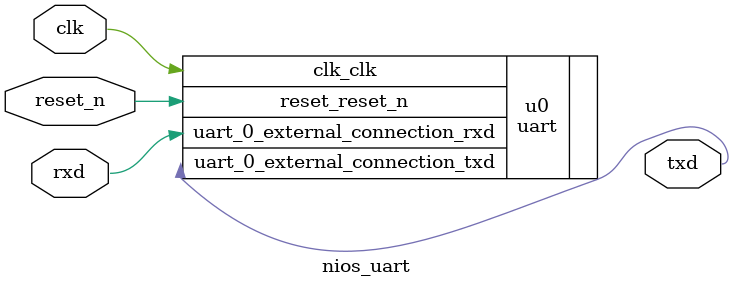
<source format=v>
module nios_uart(
	input wire clk,
	input wire reset_n,
	input wire rxd,
	output wire txd
);


	uart u0 (
		.clk_clk                        (clk),                        //                        clk.clk
		.reset_reset_n                  (reset_n),                  //                      reset.reset_n
		.uart_0_external_connection_rxd (rxd), // uart_0_external_connection.rxd
		.uart_0_external_connection_txd (txd)  //                           .txd
	);
endmodule

</source>
